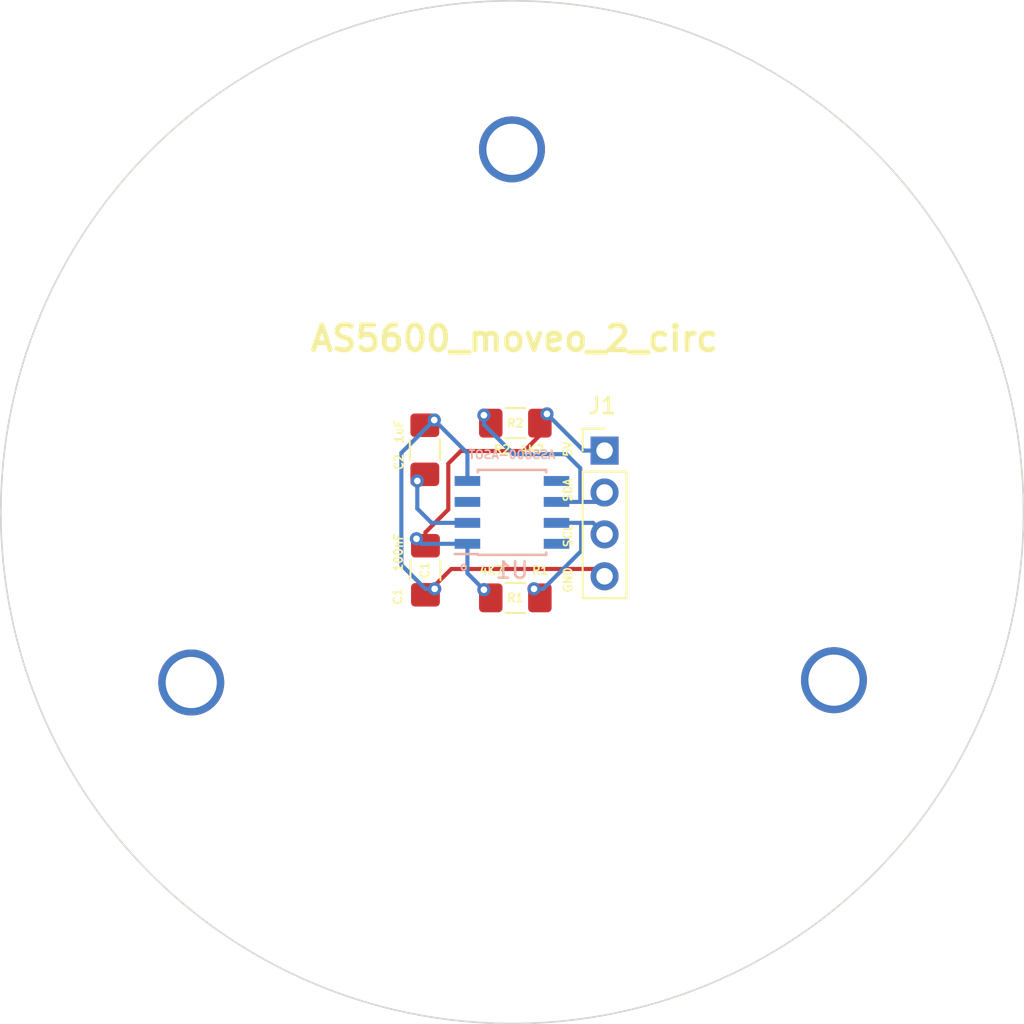
<source format=kicad_pcb>
(kicad_pcb (version 20171130) (host pcbnew 5.0.2-bee76a0~70~ubuntu18.04.1)

  (general
    (thickness 1.6)
    (drawings 7)
    (tracks 51)
    (zones 0)
    (modules 6)
    (nets 6)
  )

  (page A4)
  (layers
    (0 F.Cu signal)
    (31 B.Cu signal)
    (32 B.Adhes user)
    (33 F.Adhes user)
    (34 B.Paste user)
    (35 F.Paste user)
    (36 B.SilkS user)
    (37 F.SilkS user)
    (38 B.Mask user)
    (39 F.Mask user)
    (40 Dwgs.User user)
    (41 Cmts.User user)
    (42 Eco1.User user)
    (43 Eco2.User user)
    (44 Edge.Cuts user)
    (45 Margin user)
    (46 B.CrtYd user)
    (47 F.CrtYd user)
    (48 B.Fab user)
    (49 F.Fab user)
  )

  (setup
    (last_trace_width 0.25)
    (trace_clearance 0.2)
    (zone_clearance 0.508)
    (zone_45_only no)
    (trace_min 0.2)
    (segment_width 0.1)
    (edge_width 0.1)
    (via_size 0.8)
    (via_drill 0.4)
    (via_min_size 0.4)
    (via_min_drill 0.3)
    (uvia_size 0.3)
    (uvia_drill 0.1)
    (uvias_allowed no)
    (uvia_min_size 0.2)
    (uvia_min_drill 0.1)
    (pcb_text_width 0.3)
    (pcb_text_size 1.5 1.5)
    (mod_edge_width 0.15)
    (mod_text_size 1 1)
    (mod_text_width 0.15)
    (pad_size 1.7 1.7)
    (pad_drill 1)
    (pad_to_mask_clearance 0)
    (solder_mask_min_width 0.25)
    (aux_axis_origin 0 0)
    (visible_elements FFFFFF7F)
    (pcbplotparams
      (layerselection 0x010fc_ffffffff)
      (usegerberextensions false)
      (usegerberattributes false)
      (usegerberadvancedattributes false)
      (creategerberjobfile false)
      (excludeedgelayer true)
      (linewidth 0.100000)
      (plotframeref false)
      (viasonmask false)
      (mode 1)
      (useauxorigin false)
      (hpglpennumber 1)
      (hpglpenspeed 20)
      (hpglpendiameter 15.000000)
      (psnegative false)
      (psa4output false)
      (plotreference true)
      (plotvalue true)
      (plotinvisibletext false)
      (padsonsilk false)
      (subtractmaskfromsilk false)
      (outputformat 1)
      (mirror false)
      (drillshape 0)
      (scaleselection 1)
      (outputdirectory "Plot/"))
  )

  (net 0 "")
  (net 1 5V)
  (net 2 GND)
  (net 3 +3V3)
  (net 4 SDA)
  (net 5 SCL)

  (net_class Default "Esta es la clase de red por defecto."
    (clearance 0.2)
    (trace_width 0.25)
    (via_dia 0.8)
    (via_drill 0.4)
    (uvia_dia 0.3)
    (uvia_drill 0.1)
    (add_net +3V3)
    (add_net 5V)
    (add_net GND)
    (add_net SCL)
    (add_net SDA)
  )

  (module Capacitor_SMD:C_1206_3216Metric_Pad1.42x1.75mm_HandSolder (layer F.Cu) (tedit 5BFC7A3E) (tstamp 5BFC7587)
    (at 142.4178 88.1411 270)
    (descr "Capacitor SMD 1206 (3216 Metric), square (rectangular) end terminal, IPC_7351 nominal with elongated pad for handsoldering. (Body size source: http://www.tortai-tech.com/upload/download/2011102023233369053.pdf), generated with kicad-footprint-generator")
    (tags "capacitor handsolder")
    (path /5BFADBF0)
    (attr smd)
    (fp_text reference C1 (at -0.0031 0.0381 270) (layer F.SilkS)
      (effects (font (size 0.5 0.5) (thickness 0.1)))
    )
    (fp_text value 100nF (at -1.0699 1.6383 270) (layer F.SilkS)
      (effects (font (size 0.5 0.5) (thickness 0.1)))
    )
    (fp_text user %R (at 1.5844 1.6764 270) (layer F.SilkS)
      (effects (font (size 0.5 0.5) (thickness 0.1)))
    )
    (fp_line (start 2.45 1.12) (end -2.45 1.12) (layer F.CrtYd) (width 0.05))
    (fp_line (start 2.45 -1.12) (end 2.45 1.12) (layer F.CrtYd) (width 0.05))
    (fp_line (start -2.45 -1.12) (end 2.45 -1.12) (layer F.CrtYd) (width 0.05))
    (fp_line (start -2.45 1.12) (end -2.45 -1.12) (layer F.CrtYd) (width 0.05))
    (fp_line (start -0.602064 0.91) (end 0.602064 0.91) (layer F.SilkS) (width 0.12))
    (fp_line (start -0.602064 -0.91) (end 0.602064 -0.91) (layer F.SilkS) (width 0.12))
    (fp_line (start 1.6 0.8) (end -1.6 0.8) (layer F.Fab) (width 0.1))
    (fp_line (start 1.6 -0.8) (end 1.6 0.8) (layer F.Fab) (width 0.1))
    (fp_line (start -1.6 -0.8) (end 1.6 -0.8) (layer F.Fab) (width 0.1))
    (fp_line (start -1.6 0.8) (end -1.6 -0.8) (layer F.Fab) (width 0.1))
    (pad 2 smd roundrect (at 1.4875 0 270) (size 1.425 1.75) (layers F.Cu F.Paste F.Mask) (roundrect_rratio 0.175439)
      (net 2 GND))
    (pad 1 smd roundrect (at -1.4875 0 270) (size 1.425 1.75) (layers F.Cu F.Paste F.Mask) (roundrect_rratio 0.175439)
      (net 1 5V))
    (model ${KISYS3DMOD}/Capacitor_SMD.3dshapes/C_1206_3216Metric.wrl
      (at (xyz 0 0 0))
      (scale (xyz 1 1 1))
      (rotate (xyz 0 0 0))
    )
  )

  (module Capacitor_SMD:C_1206_3216Metric_Pad1.42x1.75mm_HandSolder (layer F.Cu) (tedit 5BFC7A28) (tstamp 5BFC7598)
    (at 142.3797 80.8371 90)
    (descr "Capacitor SMD 1206 (3216 Metric), square (rectangular) end terminal, IPC_7351 nominal with elongated pad for handsoldering. (Body size source: http://www.tortai-tech.com/upload/download/2011102023233369053.pdf), generated with kicad-footprint-generator")
    (tags "capacitor handsolder")
    (path /5BFADC60)
    (attr smd)
    (fp_text reference C2 (at -0.747 -1.5748 90) (layer F.SilkS)
      (effects (font (size 0.5 0.5) (thickness 0.1)))
    )
    (fp_text value 1uF (at 1.0945 -1.5621 90) (layer F.SilkS)
      (effects (font (size 0.5 0.5) (thickness 0.1)))
    )
    (fp_text user %R (at 0 0 90) (layer F.Fab)
      (effects (font (size 0.8 0.8) (thickness 0.12)))
    )
    (fp_line (start 2.45 1.12) (end -2.45 1.12) (layer F.CrtYd) (width 0.05))
    (fp_line (start 2.45 -1.12) (end 2.45 1.12) (layer F.CrtYd) (width 0.05))
    (fp_line (start -2.45 -1.12) (end 2.45 -1.12) (layer F.CrtYd) (width 0.05))
    (fp_line (start -2.45 1.12) (end -2.45 -1.12) (layer F.CrtYd) (width 0.05))
    (fp_line (start -0.602064 0.91) (end 0.602064 0.91) (layer F.SilkS) (width 0.12))
    (fp_line (start -0.602064 -0.91) (end 0.602064 -0.91) (layer F.SilkS) (width 0.12))
    (fp_line (start 1.6 0.8) (end -1.6 0.8) (layer F.Fab) (width 0.1))
    (fp_line (start 1.6 -0.8) (end 1.6 0.8) (layer F.Fab) (width 0.1))
    (fp_line (start -1.6 -0.8) (end 1.6 -0.8) (layer F.Fab) (width 0.1))
    (fp_line (start -1.6 0.8) (end -1.6 -0.8) (layer F.Fab) (width 0.1))
    (pad 2 smd roundrect (at 1.4875 0 90) (size 1.425 1.75) (layers F.Cu F.Paste F.Mask) (roundrect_rratio 0.175439)
      (net 2 GND))
    (pad 1 smd roundrect (at -1.4875 0 90) (size 1.425 1.75) (layers F.Cu F.Paste F.Mask) (roundrect_rratio 0.175439)
      (net 3 +3V3))
    (model ${KISYS3DMOD}/Capacitor_SMD.3dshapes/C_1206_3216Metric.wrl
      (at (xyz 0 0 0))
      (scale (xyz 1 1 1))
      (rotate (xyz 0 0 0))
    )
  )

  (module Connector_PinHeader_2.54mm:PinHeader_1x04_P2.54mm_Vertical (layer F.Cu) (tedit 5BFC758B) (tstamp 5BFC75B0)
    (at 153.2763 80.8863)
    (descr "Through hole straight pin header, 1x04, 2.54mm pitch, single row")
    (tags "Through hole pin header THT 1x04 2.54mm single row")
    (path /5BFB7E9C)
    (fp_text reference J1 (at -0.1397 -2.7305) (layer F.SilkS)
      (effects (font (size 1 1) (thickness 0.15)))
    )
    (fp_text value Conn_01x04_Male (at 1.0414 3.9243 90) (layer F.Fab)
      (effects (font (size 1 1) (thickness 0.15)))
    )
    (fp_line (start -0.635 -1.27) (end 1.27 -1.27) (layer F.Fab) (width 0.1))
    (fp_line (start 1.27 -1.27) (end 1.27 8.89) (layer F.Fab) (width 0.1))
    (fp_line (start 1.27 8.89) (end -1.27 8.89) (layer F.Fab) (width 0.1))
    (fp_line (start -1.27 8.89) (end -1.27 -0.635) (layer F.Fab) (width 0.1))
    (fp_line (start -1.27 -0.635) (end -0.635 -1.27) (layer F.Fab) (width 0.1))
    (fp_line (start -1.33 8.95) (end 1.33 8.95) (layer F.SilkS) (width 0.12))
    (fp_line (start -1.33 1.27) (end -1.33 8.95) (layer F.SilkS) (width 0.12))
    (fp_line (start 1.33 1.27) (end 1.33 8.95) (layer F.SilkS) (width 0.12))
    (fp_line (start -1.33 1.27) (end 1.33 1.27) (layer F.SilkS) (width 0.12))
    (fp_line (start -1.33 0) (end -1.33 -1.33) (layer F.SilkS) (width 0.12))
    (fp_line (start -1.33 -1.33) (end 0 -1.33) (layer F.SilkS) (width 0.12))
    (fp_line (start -1.8 -1.8) (end -1.8 9.4) (layer F.CrtYd) (width 0.05))
    (fp_line (start -1.8 9.4) (end 1.8 9.4) (layer F.CrtYd) (width 0.05))
    (fp_line (start 1.8 9.4) (end 1.8 -1.8) (layer F.CrtYd) (width 0.05))
    (fp_line (start 1.8 -1.8) (end -1.8 -1.8) (layer F.CrtYd) (width 0.05))
    (fp_text user %R (at -1.9685 3.81 90) (layer F.Fab)
      (effects (font (size 1 1) (thickness 0.15)))
    )
    (pad 1 thru_hole rect (at 0 0) (size 1.7 1.7) (drill 1) (layers *.Cu *.Mask)
      (net 1 5V))
    (pad 2 thru_hole oval (at 0 2.54) (size 1.7 1.7) (drill 1) (layers *.Cu *.Mask)
      (net 4 SDA))
    (pad 3 thru_hole oval (at 0 5.08) (size 1.7 1.7) (drill 1) (layers *.Cu *.Mask)
      (net 5 SCL))
    (pad 4 thru_hole oval (at 0 7.62) (size 1.7 1.7) (drill 1) (layers *.Cu *.Mask)
      (net 2 GND))
    (model ${KISYS3DMOD}/Connector_PinHeader_2.54mm.3dshapes/PinHeader_1x04_P2.54mm_Vertical.wrl
      (at (xyz 0 0 0))
      (scale (xyz 1 1 1))
      (rotate (xyz 0 0 0))
    )
  )

  (module Resistor_SMD:R_1206_3216Metric_Pad1.42x1.75mm_HandSolder (layer F.Cu) (tedit 5BFC7A52) (tstamp 5BFC75C1)
    (at 147.8661 89.8144)
    (descr "Resistor SMD 1206 (3216 Metric), square (rectangular) end terminal, IPC_7351 nominal with elongated pad for handsoldering. (Body size source: http://www.tortai-tech.com/upload/download/2011102023233369053.pdf), generated with kicad-footprint-generator")
    (tags "resistor handsolder")
    (path /5BFB0196)
    (attr smd)
    (fp_text reference R1 (at 1.5113 -1.6637) (layer F.SilkS)
      (effects (font (size 0.5 0.5) (thickness 0.1)))
    )
    (fp_text value 4K7 (at -1.4351 -1.6637) (layer F.SilkS)
      (effects (font (size 0.5 0.5) (thickness 0.1)))
    )
    (fp_text user %R (at 0 0) (layer F.SilkS)
      (effects (font (size 0.5 0.5) (thickness 0.1)))
    )
    (fp_line (start 2.45 1.12) (end -2.45 1.12) (layer F.CrtYd) (width 0.05))
    (fp_line (start 2.45 -1.12) (end 2.45 1.12) (layer F.CrtYd) (width 0.05))
    (fp_line (start -2.45 -1.12) (end 2.45 -1.12) (layer F.CrtYd) (width 0.05))
    (fp_line (start -2.45 1.12) (end -2.45 -1.12) (layer F.CrtYd) (width 0.05))
    (fp_line (start -0.602064 0.91) (end 0.602064 0.91) (layer F.SilkS) (width 0.12))
    (fp_line (start -0.602064 -0.91) (end 0.602064 -0.91) (layer F.SilkS) (width 0.12))
    (fp_line (start 1.6 0.8) (end -1.6 0.8) (layer F.Fab) (width 0.1))
    (fp_line (start 1.6 -0.8) (end 1.6 0.8) (layer F.Fab) (width 0.1))
    (fp_line (start -1.6 -0.8) (end 1.6 -0.8) (layer F.Fab) (width 0.1))
    (fp_line (start -1.6 0.8) (end -1.6 -0.8) (layer F.Fab) (width 0.1))
    (pad 2 smd roundrect (at 1.4875 0) (size 1.425 1.75) (layers F.Cu F.Paste F.Mask) (roundrect_rratio 0.175439)
      (net 5 SCL))
    (pad 1 smd roundrect (at -1.4875 0) (size 1.425 1.75) (layers F.Cu F.Paste F.Mask) (roundrect_rratio 0.175439)
      (net 1 5V))
    (model ${KISYS3DMOD}/Resistor_SMD.3dshapes/R_1206_3216Metric.wrl
      (at (xyz 0 0 0))
      (scale (xyz 1 1 1))
      (rotate (xyz 0 0 0))
    )
  )

  (module Resistor_SMD:R_1206_3216Metric_Pad1.42x1.75mm_HandSolder (layer F.Cu) (tedit 5BFC7A08) (tstamp 5BFC75D2)
    (at 147.8661 79.2226 180)
    (descr "Resistor SMD 1206 (3216 Metric), square (rectangular) end terminal, IPC_7351 nominal with elongated pad for handsoldering. (Body size source: http://www.tortai-tech.com/upload/download/2011102023233369053.pdf), generated with kicad-footprint-generator")
    (tags "resistor handsolder")
    (path /5BFB01F0)
    (attr smd)
    (fp_text reference R2 (at 0.7978 -1.5875 180) (layer F.SilkS)
      (effects (font (size 0.5 0.5) (thickness 0.1)))
    )
    (fp_text value 4K7 (at -1.0056 -1.6129 180) (layer F.SilkS)
      (effects (font (size 0.5 0.5) (thickness 0.1)))
    )
    (fp_text user %R (at 0 0 180) (layer F.SilkS)
      (effects (font (size 0.5 0.5) (thickness 0.1)))
    )
    (fp_line (start 2.45 1.12) (end -2.45 1.12) (layer F.CrtYd) (width 0.05))
    (fp_line (start 2.45 -1.12) (end 2.45 1.12) (layer F.CrtYd) (width 0.05))
    (fp_line (start -2.45 -1.12) (end 2.45 -1.12) (layer F.CrtYd) (width 0.05))
    (fp_line (start -2.45 1.12) (end -2.45 -1.12) (layer F.CrtYd) (width 0.05))
    (fp_line (start -0.602064 0.91) (end 0.602064 0.91) (layer F.SilkS) (width 0.12))
    (fp_line (start -0.602064 -0.91) (end 0.602064 -0.91) (layer F.SilkS) (width 0.12))
    (fp_line (start 1.6 0.8) (end -1.6 0.8) (layer F.Fab) (width 0.1))
    (fp_line (start 1.6 -0.8) (end 1.6 0.8) (layer F.Fab) (width 0.1))
    (fp_line (start -1.6 -0.8) (end 1.6 -0.8) (layer F.Fab) (width 0.1))
    (fp_line (start -1.6 0.8) (end -1.6 -0.8) (layer F.Fab) (width 0.1))
    (pad 2 smd roundrect (at 1.4875 0 180) (size 1.425 1.75) (layers F.Cu F.Paste F.Mask) (roundrect_rratio 0.175439)
      (net 4 SDA))
    (pad 1 smd roundrect (at -1.4875 0 180) (size 1.425 1.75) (layers F.Cu F.Paste F.Mask) (roundrect_rratio 0.175439)
      (net 1 5V))
    (model ${KISYS3DMOD}/Resistor_SMD.3dshapes/R_1206_3216Metric.wrl
      (at (xyz 0 0 0))
      (scale (xyz 1 1 1))
      (rotate (xyz 0 0 0))
    )
  )

  (module Package_SO:SOIC-8_3.9x4.9mm_P1.27mm (layer B.Cu) (tedit 5BFC7715) (tstamp 5BFC75EF)
    (at 147.6629 84.6328)
    (descr "8-Lead Plastic Small Outline (SN) - Narrow, 3.90 mm Body [SOIC] (see Microchip Packaging Specification 00000049BS.pdf)")
    (tags "SOIC 1.27")
    (path /5BFC77B5)
    (attr smd)
    (fp_text reference U1 (at 0 3.5) (layer B.SilkS)
      (effects (font (size 1 1) (thickness 0.15)) (justify mirror))
    )
    (fp_text value AS5600-ASOT (at 0 -3.5) (layer B.SilkS)
      (effects (font (size 0.5 0.5) (thickness 0.1)) (justify mirror))
    )
    (fp_text user %R (at 0 0) (layer B.Fab)
      (effects (font (size 1 1) (thickness 0.15)) (justify mirror))
    )
    (fp_line (start -0.95 2.45) (end 1.95 2.45) (layer B.Fab) (width 0.1))
    (fp_line (start 1.95 2.45) (end 1.95 -2.45) (layer B.Fab) (width 0.1))
    (fp_line (start 1.95 -2.45) (end -1.95 -2.45) (layer B.Fab) (width 0.1))
    (fp_line (start -1.95 -2.45) (end -1.95 1.45) (layer B.Fab) (width 0.1))
    (fp_line (start -1.95 1.45) (end -0.95 2.45) (layer B.Fab) (width 0.1))
    (fp_line (start -3.73 2.7) (end -3.73 -2.7) (layer B.CrtYd) (width 0.05))
    (fp_line (start 3.73 2.7) (end 3.73 -2.7) (layer B.CrtYd) (width 0.05))
    (fp_line (start -3.73 2.7) (end 3.73 2.7) (layer B.CrtYd) (width 0.05))
    (fp_line (start -3.73 -2.7) (end 3.73 -2.7) (layer B.CrtYd) (width 0.05))
    (fp_line (start -2.075 2.575) (end -2.075 2.525) (layer B.SilkS) (width 0.15))
    (fp_line (start 2.075 2.575) (end 2.075 2.43) (layer B.SilkS) (width 0.15))
    (fp_line (start 2.075 -2.575) (end 2.075 -2.43) (layer B.SilkS) (width 0.15))
    (fp_line (start -2.075 -2.575) (end -2.075 -2.43) (layer B.SilkS) (width 0.15))
    (fp_line (start -2.075 2.575) (end 2.075 2.575) (layer B.SilkS) (width 0.15))
    (fp_line (start -2.075 -2.575) (end 2.075 -2.575) (layer B.SilkS) (width 0.15))
    (fp_line (start -2.075 2.525) (end -3.475 2.525) (layer B.SilkS) (width 0.15))
    (pad 1 smd rect (at -2.7 1.905) (size 1.55 0.6) (layers B.Cu B.Paste B.Mask)
      (net 1 5V))
    (pad 2 smd rect (at -2.7 0.635) (size 1.55 0.6) (layers B.Cu B.Paste B.Mask)
      (net 3 +3V3))
    (pad 3 smd rect (at -2.7 -0.635) (size 1.55 0.6) (layers B.Cu B.Paste B.Mask))
    (pad 4 smd rect (at -2.7 -1.905) (size 1.55 0.6) (layers B.Cu B.Paste B.Mask)
      (net 2 GND))
    (pad 5 smd rect (at 2.7 -1.905) (size 1.55 0.6) (layers B.Cu B.Paste B.Mask))
    (pad 6 smd rect (at 2.7 -0.635) (size 1.55 0.6) (layers B.Cu B.Paste B.Mask)
      (net 4 SDA))
    (pad 7 smd rect (at 2.7 0.635) (size 1.55 0.6) (layers B.Cu B.Paste B.Mask)
      (net 5 SCL))
    (pad 8 smd rect (at 2.7 1.905) (size 1.55 0.6) (layers B.Cu B.Paste B.Mask))
    (model ${KISYS3DMOD}/Package_SO.3dshapes/SOIC-8_3.9x4.9mm_P1.27mm.wrl
      (at (xyz 0 0 0))
      (scale (xyz 1 1 1))
      (rotate (xyz 0 0 0))
    )
  )

  (gr_text AS5600_moveo_2_circ (at 147.8153 74.0918) (layer F.SilkS)
    (effects (font (size 1.5 1.5) (thickness 0.3)))
  )
  (gr_circle (center 147.6756 84.6201) (end 178.6756 84.6201) (layer Edge.Cuts) (width 0.1))
  (gr_text o (at 144.7419 87.8967) (layer B.SilkS)
    (effects (font (size 0.5 0.5) (thickness 0.1)))
  )
  (gr_text SDA (at 151.0538 83.2866 90) (layer F.SilkS) (tstamp 5BFC78B3)
    (effects (font (size 0.5 0.5) (thickness 0.1)))
  )
  (gr_text SCL (at 151.0538 86.0552 90) (layer F.SilkS) (tstamp 5BFC78B3)
    (effects (font (size 0.5 0.5) (thickness 0.1)))
  )
  (gr_text GND (at 151.0538 88.7222 90) (layer F.SilkS) (tstamp 5BFC78B3)
    (effects (font (size 0.5 0.5) (thickness 0.1)))
  )
  (gr_text 5V (at 151.0538 80.7974 90) (layer F.SilkS)
    (effects (font (size 0.5 0.5) (thickness 0.1)))
  )

  (via (at 147.6629 62.6237) (size 4) (drill 3.1) (layers F.Cu B.Cu) (net 0))
  (via (at 167.1828 94.8055) (size 4) (drill 3.1) (layers F.Cu B.Cu) (net 0))
  (via (at 128.2192 94.9452) (size 4) (drill 3.1) (layers F.Cu B.Cu) (net 0))
  (via (at 145.9611 89.3191) (size 0.8) (drill 0.4) (layers F.Cu B.Cu) (net 1))
  (via (at 149.7838 78.6638) (size 0.8) (drill 0.4) (layers F.Cu B.Cu) (net 1))
  (via (at 141.8717 86.233) (size 0.8) (drill 0.4) (layers F.Cu B.Cu) (net 1))
  (segment (start 142.1765 86.5378) (end 141.8717 86.233) (width 0.25) (layer B.Cu) (net 1))
  (segment (start 144.9629 86.5378) (end 142.1765 86.5378) (width 0.25) (layer B.Cu) (net 1))
  (segment (start 144.9629 88.3209) (end 145.9611 89.3191) (width 0.25) (layer B.Cu) (net 1))
  (segment (start 144.9629 86.5378) (end 144.9629 88.3209) (width 0.25) (layer B.Cu) (net 1))
  (segment (start 152.0063 80.8863) (end 153.2763 80.8863) (width 0.25) (layer B.Cu) (net 1))
  (segment (start 149.7838 78.6638) (end 152.0063 80.8863) (width 0.25) (layer B.Cu) (net 1))
  (segment (start 149.7838 79.5274) (end 149.7838 78.6638) (width 0.25) (layer F.Cu) (net 1))
  (segment (start 142.4178 85.8411) (end 143.8021 84.4568) (width 0.25) (layer F.Cu) (net 1))
  (segment (start 142.4178 86.6536) (end 142.4178 85.8411) (width 0.25) (layer F.Cu) (net 1))
  (segment (start 143.8021 84.4568) (end 143.8021 81.6737) (width 0.25) (layer F.Cu) (net 1))
  (segment (start 144.5641 80.9117) (end 148.3995 80.9117) (width 0.25) (layer F.Cu) (net 1))
  (segment (start 143.8021 81.6737) (end 144.5641 80.9117) (width 0.25) (layer F.Cu) (net 1))
  (segment (start 148.3995 80.9117) (end 149.7838 79.5274) (width 0.25) (layer F.Cu) (net 1))
  (via (at 142.9766 89.2683) (size 0.8) (drill 0.4) (layers F.Cu B.Cu) (net 2))
  (via (at 142.9512 79.0321) (size 0.8) (drill 0.4) (layers F.Cu B.Cu) (net 2))
  (segment (start 144.9629 81.0438) (end 142.9512 79.0321) (width 0.25) (layer B.Cu) (net 2))
  (segment (start 144.9629 82.7278) (end 144.9629 81.0438) (width 0.25) (layer B.Cu) (net 2))
  (segment (start 152.8318 88.0618) (end 153.2763 88.5063) (width 0.25) (layer F.Cu) (net 2))
  (segment (start 142.4178 89.6286) (end 143.9846 88.0618) (width 0.25) (layer F.Cu) (net 2))
  (segment (start 143.9846 88.0618) (end 152.8318 88.0618) (width 0.25) (layer F.Cu) (net 2))
  (segment (start 142.551201 79.432099) (end 142.9512 79.0321) (width 0.25) (layer B.Cu) (net 2))
  (segment (start 140.9573 81.026) (end 142.551201 79.432099) (width 0.25) (layer B.Cu) (net 2))
  (segment (start 140.9573 87.814685) (end 140.9573 81.026) (width 0.25) (layer B.Cu) (net 2))
  (segment (start 142.9766 89.2683) (end 142.410915 89.2683) (width 0.25) (layer B.Cu) (net 2))
  (segment (start 142.410915 89.2683) (end 140.9573 87.814685) (width 0.25) (layer B.Cu) (net 2))
  (via (at 141.9225 82.7278) (size 0.8) (drill 0.4) (layers F.Cu B.Cu) (net 3))
  (segment (start 142.7861 85.2678) (end 144.9629 85.2678) (width 0.25) (layer B.Cu) (net 3))
  (segment (start 141.9225 82.7278) (end 141.9225 84.4042) (width 0.25) (layer B.Cu) (net 3))
  (segment (start 141.9225 84.4042) (end 142.7861 85.2678) (width 0.25) (layer B.Cu) (net 3))
  (via (at 145.9611 78.74) (size 0.8) (drill 0.4) (layers F.Cu B.Cu) (net 4))
  (segment (start 152.7048 83.9978) (end 153.2763 83.4263) (width 0.25) (layer B.Cu) (net 4))
  (segment (start 145.9611 79.305685) (end 147.757615 81.1022) (width 0.25) (layer B.Cu) (net 4))
  (segment (start 145.9611 78.74) (end 145.9611 79.305685) (width 0.25) (layer B.Cu) (net 4))
  (segment (start 151.8031 81.9531) (end 151.8031 83.9978) (width 0.25) (layer B.Cu) (net 4))
  (segment (start 150.9522 81.1022) (end 151.8031 81.9531) (width 0.25) (layer B.Cu) (net 4))
  (segment (start 147.757615 81.1022) (end 150.9522 81.1022) (width 0.25) (layer B.Cu) (net 4))
  (segment (start 150.3629 83.9978) (end 151.8031 83.9978) (width 0.25) (layer B.Cu) (net 4))
  (segment (start 151.8031 83.9978) (end 152.7048 83.9978) (width 0.25) (layer B.Cu) (net 4))
  (via (at 148.9964 89.2683) (size 0.8) (drill 0.4) (layers F.Cu B.Cu) (net 5))
  (segment (start 152.5778 85.2678) (end 153.2763 85.9663) (width 0.25) (layer B.Cu) (net 5))
  (segment (start 151.8539 86.976485) (end 151.8539 85.2678) (width 0.25) (layer B.Cu) (net 5))
  (segment (start 149.562085 89.2683) (end 151.8539 86.976485) (width 0.25) (layer B.Cu) (net 5))
  (segment (start 150.3629 85.2678) (end 151.8539 85.2678) (width 0.25) (layer B.Cu) (net 5))
  (segment (start 148.9964 89.2683) (end 149.562085 89.2683) (width 0.25) (layer B.Cu) (net 5))
  (segment (start 151.8539 85.2678) (end 152.5778 85.2678) (width 0.25) (layer B.Cu) (net 5))

)

</source>
